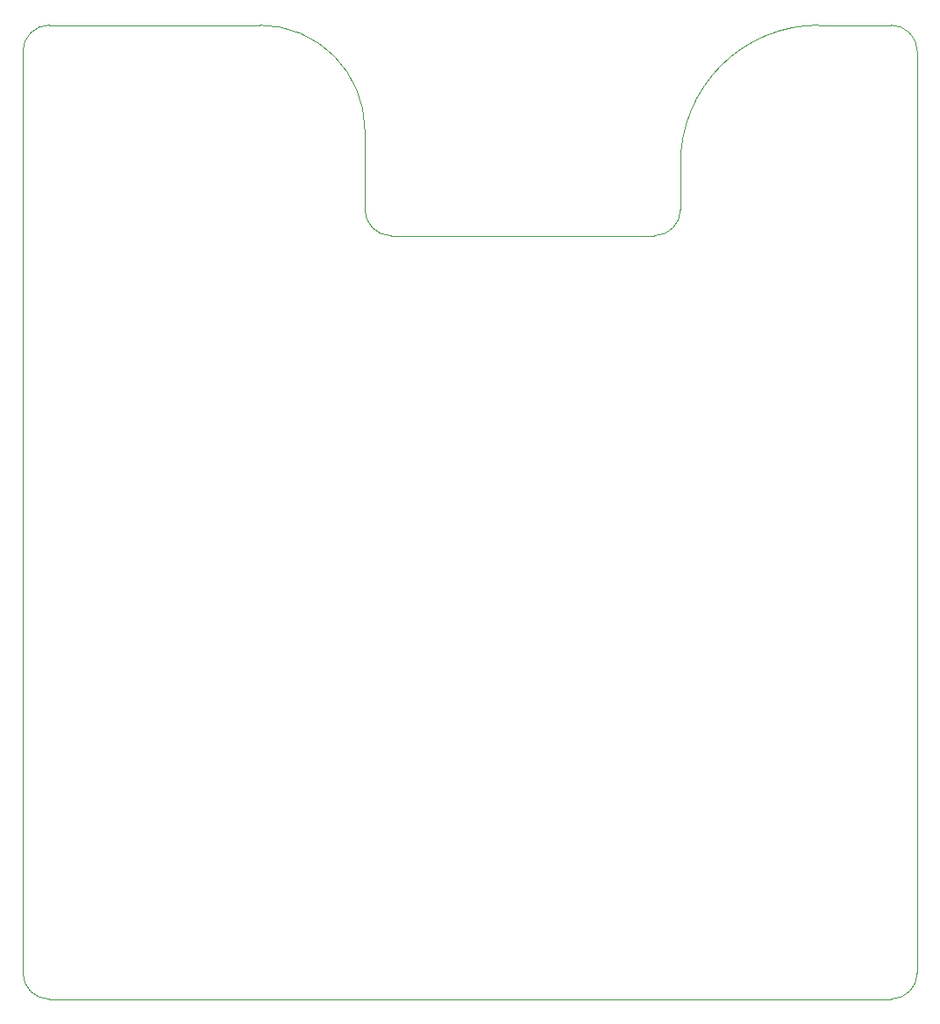
<source format=gbr>
G04 #@! TF.FileFunction,Profile,NP*
%FSLAX46Y46*%
G04 Gerber Fmt 4.6, Leading zero omitted, Abs format (unit mm)*
G04 Created by KiCad (PCBNEW 0.201505101954+5649~23~ubuntu14.04.1-product) date Mon 11 May 2015 11:57:15 AM PDT*
%MOMM*%
G01*
G04 APERTURE LIST*
%ADD10C,0.100000*%
G04 APERTURE END LIST*
D10*
X127635000Y-58420000D02*
G75*
G03X114300000Y-71755000I0J-13335000D01*
G01*
X114300000Y-76200000D02*
X114300000Y-71755000D01*
X73660000Y-58420000D02*
X53340000Y-58420000D01*
X83820000Y-76200000D02*
X83820000Y-68580000D01*
X111760000Y-78740000D02*
X86360000Y-78740000D01*
X134620000Y-58420000D02*
X127635000Y-58420000D01*
X111760000Y-78740000D02*
G75*
G03X114300000Y-76200000I0J2540000D01*
G01*
X83820000Y-76200000D02*
G75*
G03X86360000Y-78740000I2540000J0D01*
G01*
X83820000Y-68580000D02*
G75*
G03X73660000Y-58420000I-10160000J0D01*
G01*
X50800000Y-149860000D02*
X50800000Y-60960000D01*
X134620000Y-152400000D02*
X53340000Y-152400000D01*
X137160000Y-60960000D02*
X137160000Y-149860000D01*
X137160000Y-60960000D02*
G75*
G03X134620000Y-58420000I-2540000J0D01*
G01*
X50800000Y-149860000D02*
G75*
G03X53340000Y-152400000I2540000J0D01*
G01*
X134620000Y-152400000D02*
G75*
G03X137160000Y-149860000I0J2540000D01*
G01*
X53340000Y-58420000D02*
G75*
G03X50800000Y-60960000I0J-2540000D01*
G01*
M02*

</source>
